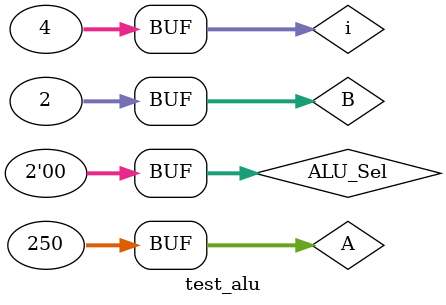
<source format=sv>
`timescale 1ns / 1ps

module test_alu;
//Inputs
reg[31:0] A,B;
reg[1:0] ALU_Sel;

//Outputs
wire[15:0] ALU_Out;
// Verilog code for ALU
integer i;
alu u0(
            A,B,  // ALU 16-bit Inputs
            ALU_Sel,// ALU Selection
            ALU_Out // ALU 16-bit Output
     );
    initial begin
    $dumpfile("dump.vcd");
    $dumpvars;
    A = 'hFA;
    B = 'h02;
    ALU_Sel = 2'h0;
      
      for (i=0;i<4;i=i+1)
      begin
       ALU_Sel = ALU_Sel + 2'h1;
       #10;
      end;
    end
endmodule

</source>
